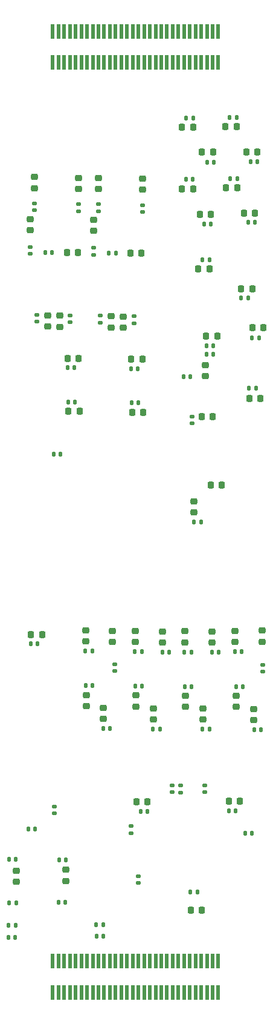
<source format=gbr>
%TF.GenerationSoftware,KiCad,Pcbnew,9.0.6-9.0.6~ubuntu22.04.1*%
%TF.CreationDate,2026-01-05T14:55:19-05:00*%
%TF.ProjectId,psc_daughter_brd,7073635f-6461-4756-9768-7465725f6272,rev?*%
%TF.SameCoordinates,Original*%
%TF.FileFunction,Paste,Bot*%
%TF.FilePolarity,Positive*%
%FSLAX46Y46*%
G04 Gerber Fmt 4.6, Leading zero omitted, Abs format (unit mm)*
G04 Created by KiCad (PCBNEW 9.0.6-9.0.6~ubuntu22.04.1) date 2026-01-05 14:55:19*
%MOMM*%
%LPD*%
G01*
G04 APERTURE LIST*
G04 Aperture macros list*
%AMRoundRect*
0 Rectangle with rounded corners*
0 $1 Rounding radius*
0 $2 $3 $4 $5 $6 $7 $8 $9 X,Y pos of 4 corners*
0 Add a 4 corners polygon primitive as box body*
4,1,4,$2,$3,$4,$5,$6,$7,$8,$9,$2,$3,0*
0 Add four circle primitives for the rounded corners*
1,1,$1+$1,$2,$3*
1,1,$1+$1,$4,$5*
1,1,$1+$1,$6,$7*
1,1,$1+$1,$8,$9*
0 Add four rect primitives between the rounded corners*
20,1,$1+$1,$2,$3,$4,$5,0*
20,1,$1+$1,$4,$5,$6,$7,0*
20,1,$1+$1,$6,$7,$8,$9,0*
20,1,$1+$1,$8,$9,$2,$3,0*%
G04 Aperture macros list end*
%ADD10RoundRect,0.140000X-0.140000X-0.170000X0.140000X-0.170000X0.140000X0.170000X-0.140000X0.170000X0*%
%ADD11RoundRect,0.140000X0.140000X0.170000X-0.140000X0.170000X-0.140000X-0.170000X0.140000X-0.170000X0*%
%ADD12RoundRect,0.225000X0.225000X0.250000X-0.225000X0.250000X-0.225000X-0.250000X0.225000X-0.250000X0*%
%ADD13RoundRect,0.225000X0.250000X-0.225000X0.250000X0.225000X-0.250000X0.225000X-0.250000X-0.225000X0*%
%ADD14RoundRect,0.140000X-0.170000X0.140000X-0.170000X-0.140000X0.170000X-0.140000X0.170000X0.140000X0*%
%ADD15RoundRect,0.225000X-0.250000X0.225000X-0.250000X-0.225000X0.250000X-0.225000X0.250000X0.225000X0*%
%ADD16RoundRect,0.140000X0.170000X-0.140000X0.170000X0.140000X-0.170000X0.140000X-0.170000X-0.140000X0*%
%ADD17RoundRect,0.225000X-0.225000X-0.250000X0.225000X-0.250000X0.225000X0.250000X-0.225000X0.250000X0*%
%ADD18R,0.500000X2.000000*%
G04 APERTURE END LIST*
D10*
%TO.C,C87*%
X163765000Y-131608150D03*
X164725000Y-131608150D03*
%TD*%
%TO.C,C58*%
X175375000Y-156900000D03*
X176335000Y-156900000D03*
%TD*%
%TO.C,C146*%
X159462500Y-96762500D03*
X160422500Y-96762500D03*
%TD*%
D11*
%TO.C,C47*%
X168061500Y-56925000D03*
X167101500Y-56925000D03*
%TD*%
D10*
%TO.C,C76*%
X174105000Y-136415000D03*
X175065000Y-136415000D03*
%TD*%
D12*
%TO.C,C40*%
X177056500Y-61725000D03*
X175506500Y-61725000D03*
%TD*%
%TO.C,C23*%
X170356500Y-78025000D03*
X168806500Y-78025000D03*
%TD*%
D11*
%TO.C,C99*%
X161680000Y-153880000D03*
X160720000Y-153880000D03*
%TD*%
%TO.C,C37*%
X174241500Y-65425000D03*
X173281500Y-65425000D03*
%TD*%
D12*
%TO.C,C32*%
X172056500Y-108225000D03*
X170506500Y-108225000D03*
%TD*%
D10*
%TO.C,C20*%
X169915000Y-88775000D03*
X170875000Y-88775000D03*
%TD*%
%TO.C,C67*%
X167690000Y-165150000D03*
X168650000Y-165150000D03*
%TD*%
D13*
%TO.C,C162*%
X152046500Y-66848300D03*
X152046500Y-65298300D03*
%TD*%
%TO.C,C7*%
X170680000Y-130300000D03*
X170680000Y-128750000D03*
%TD*%
D10*
%TO.C,C191*%
X154490000Y-169750000D03*
X155450000Y-169750000D03*
%TD*%
D14*
%TO.C,C97*%
X157125000Y-133315000D03*
X157125000Y-134275000D03*
%TD*%
%TO.C,C173*%
X146146500Y-84468300D03*
X146146500Y-85428300D03*
%TD*%
%TO.C,C163*%
X145846500Y-68888300D03*
X145846500Y-69848300D03*
%TD*%
%TO.C,C13*%
X167925000Y-98690000D03*
X167925000Y-99650000D03*
%TD*%
D15*
%TO.C,C15*%
X169775000Y-91500000D03*
X169775000Y-93050000D03*
%TD*%
D10*
%TO.C,C86*%
X159915000Y-131558150D03*
X160875000Y-131558150D03*
%TD*%
%TO.C,C179*%
X150466500Y-91848300D03*
X151426500Y-91848300D03*
%TD*%
D13*
%TO.C,C89*%
X152980000Y-130133150D03*
X152980000Y-128583150D03*
%TD*%
D16*
%TO.C,C65*%
X159340000Y-156900000D03*
X159340000Y-155940000D03*
%TD*%
D13*
%TO.C,C3*%
X169415000Y-141065000D03*
X169415000Y-139515000D03*
%TD*%
D17*
%TO.C,C17*%
X176375000Y-86275000D03*
X177925000Y-86275000D03*
%TD*%
D13*
%TO.C,C126*%
X154162500Y-72737500D03*
X154162500Y-71187500D03*
%TD*%
%TO.C,C84*%
X163745000Y-130258150D03*
X163745000Y-128708150D03*
%TD*%
D12*
%TO.C,C43*%
X168056500Y-58225000D03*
X166506500Y-58225000D03*
%TD*%
D10*
%TO.C,C49*%
X168200000Y-113450000D03*
X169160000Y-113450000D03*
%TD*%
D16*
%TO.C,C55*%
X166320000Y-151230000D03*
X166320000Y-150270000D03*
%TD*%
D14*
%TO.C,C117*%
X154762500Y-69002500D03*
X154762500Y-69962500D03*
%TD*%
D10*
%TO.C,C102*%
X144990000Y-156370000D03*
X145950000Y-156370000D03*
%TD*%
D17*
%TO.C,C22*%
X174806500Y-80825000D03*
X176356500Y-80825000D03*
%TD*%
D10*
%TO.C,C91*%
X152950000Y-131483150D03*
X153910000Y-131483150D03*
%TD*%
D15*
%TO.C,C187*%
X143250000Y-162150000D03*
X143250000Y-163700000D03*
%TD*%
D16*
%TO.C,C184*%
X148600000Y-154160000D03*
X148600000Y-153200000D03*
%TD*%
D10*
%TO.C,C71*%
X173905000Y-131515000D03*
X174865000Y-131515000D03*
%TD*%
D11*
%TO.C,C190*%
X150160000Y-166578150D03*
X149200000Y-166578150D03*
%TD*%
D17*
%TO.C,C180*%
X150596500Y-97948300D03*
X152146500Y-97948300D03*
%TD*%
D12*
%TO.C,C30*%
X170556500Y-70425000D03*
X169006500Y-70425000D03*
%TD*%
D13*
%TO.C,C2*%
X166880000Y-130250000D03*
X166880000Y-128700000D03*
%TD*%
D14*
%TO.C,C72*%
X177800000Y-133375000D03*
X177800000Y-134335000D03*
%TD*%
D13*
%TO.C,C80*%
X162480000Y-141023150D03*
X162480000Y-139473150D03*
%TD*%
D10*
%TO.C,C4*%
X166885000Y-136415000D03*
X167845000Y-136415000D03*
%TD*%
D11*
%TO.C,C34*%
X176761500Y-71525000D03*
X175801500Y-71525000D03*
%TD*%
D10*
%TO.C,C164*%
X148520000Y-103900000D03*
X149480000Y-103900000D03*
%TD*%
%TO.C,C16*%
X169925000Y-89975000D03*
X170885000Y-89975000D03*
%TD*%
D18*
%TO.C,J1*%
X148400000Y-44800000D03*
X148400000Y-49200000D03*
X149200000Y-44800000D03*
X149200000Y-49200000D03*
X150000000Y-44800000D03*
X150000000Y-49200000D03*
X150800000Y-44800000D03*
X150800000Y-49200000D03*
X151600000Y-44800000D03*
X151600000Y-49200000D03*
X152400000Y-44800000D03*
X152400000Y-49200000D03*
X153200000Y-44800000D03*
X153200000Y-49200000D03*
X154000000Y-44800000D03*
X154000000Y-49200000D03*
X154800000Y-44800000D03*
X154800000Y-49200000D03*
X155600000Y-44800000D03*
X155600000Y-49200000D03*
X156400000Y-44800000D03*
X156400000Y-49200000D03*
X157200000Y-44800000D03*
X157200000Y-49200000D03*
X158000000Y-44800000D03*
X158000000Y-49200000D03*
X158800000Y-44800000D03*
X158800000Y-49200000D03*
X159600000Y-44800000D03*
X159600000Y-49200000D03*
X160400000Y-44800000D03*
X160400000Y-49200000D03*
X161200000Y-44800000D03*
X161200000Y-49200000D03*
X162000000Y-44800000D03*
X162000000Y-49200000D03*
X162800000Y-44800000D03*
X162800000Y-49200000D03*
X163600000Y-44800000D03*
X163600000Y-49200000D03*
X164400000Y-44800000D03*
X164400000Y-49200000D03*
X165200000Y-44800000D03*
X165200000Y-49200000D03*
X166000000Y-44800000D03*
X166000000Y-49200000D03*
X166800000Y-44800000D03*
X166800000Y-49200000D03*
X167600000Y-44800000D03*
X167600000Y-49200000D03*
X168400000Y-44800000D03*
X168400000Y-49200000D03*
X169200000Y-44800000D03*
X169200000Y-49200000D03*
X170000000Y-44800000D03*
X170000000Y-49200000D03*
X170800000Y-44800000D03*
X170800000Y-49200000D03*
X171600000Y-44800000D03*
X171600000Y-49200000D03*
%TD*%
D15*
%TO.C,C6*%
X167015000Y-137715000D03*
X167015000Y-139265000D03*
%TD*%
D10*
%TO.C,C9*%
X166850000Y-131600000D03*
X167810000Y-131600000D03*
%TD*%
D17*
%TO.C,C127*%
X159287500Y-75862500D03*
X160837500Y-75862500D03*
%TD*%
D12*
%TO.C,C28*%
X176756500Y-70225000D03*
X175206500Y-70225000D03*
%TD*%
D13*
%TO.C,C121*%
X160962500Y-66962500D03*
X160962500Y-65412500D03*
%TD*%
D14*
%TO.C,C128*%
X154162500Y-75082500D03*
X154162500Y-76042500D03*
%TD*%
D10*
%TO.C,C181*%
X150546500Y-96648300D03*
X151506500Y-96648300D03*
%TD*%
D17*
%TO.C,C106*%
X145345000Y-129140000D03*
X146895000Y-129140000D03*
%TD*%
D15*
%TO.C,C194*%
X150250000Y-162050000D03*
X150250000Y-163600000D03*
%TD*%
D11*
%TO.C,C104*%
X143250000Y-166700000D03*
X142290000Y-166700000D03*
%TD*%
D10*
%TO.C,C5*%
X170700000Y-131650000D03*
X171660000Y-131650000D03*
%TD*%
D13*
%TO.C,C90*%
X155515000Y-140948150D03*
X155515000Y-139398150D03*
%TD*%
%TO.C,C94*%
X156780000Y-130183150D03*
X156780000Y-128633150D03*
%TD*%
D10*
%TO.C,C82*%
X162450000Y-142373150D03*
X163410000Y-142373150D03*
%TD*%
D17*
%TO.C,C143*%
X159387500Y-90662500D03*
X160937500Y-90662500D03*
%TD*%
D15*
%TO.C,C73*%
X174085000Y-137715000D03*
X174085000Y-139265000D03*
%TD*%
D11*
%TO.C,C39*%
X168041500Y-65525000D03*
X167081500Y-65525000D03*
%TD*%
D12*
%TO.C,C42*%
X174156500Y-58125000D03*
X172606500Y-58125000D03*
%TD*%
%TO.C,C33*%
X168056500Y-66825000D03*
X166506500Y-66825000D03*
%TD*%
D10*
%TO.C,C64*%
X173045000Y-153825000D03*
X174005000Y-153825000D03*
%TD*%
D15*
%TO.C,C172*%
X149346500Y-84573300D03*
X149346500Y-86123300D03*
%TD*%
D11*
%TO.C,C25*%
X170361500Y-76725000D03*
X169401500Y-76725000D03*
%TD*%
D14*
%TO.C,C139*%
X159762500Y-84662500D03*
X159762500Y-85622500D03*
%TD*%
D17*
%TO.C,C11*%
X169275000Y-98650000D03*
X170825000Y-98650000D03*
%TD*%
D10*
%TO.C,C92*%
X155485000Y-142298150D03*
X156445000Y-142298150D03*
%TD*%
D13*
%TO.C,C70*%
X177785000Y-130165000D03*
X177785000Y-128615000D03*
%TD*%
D17*
%TO.C,C145*%
X159512500Y-98062500D03*
X161062500Y-98062500D03*
%TD*%
D10*
%TO.C,C144*%
X159382500Y-91962500D03*
X160342500Y-91962500D03*
%TD*%
D17*
%TO.C,C57*%
X173050000Y-152425000D03*
X174600000Y-152425000D03*
%TD*%
D10*
%TO.C,C189*%
X154520000Y-171300000D03*
X155480000Y-171300000D03*
%TD*%
D15*
%TO.C,C137*%
X158262500Y-84687500D03*
X158262500Y-86237500D03*
%TD*%
%TO.C,C136*%
X156562500Y-84662500D03*
X156562500Y-86212500D03*
%TD*%
D17*
%TO.C,C18*%
X169900000Y-87425000D03*
X171450000Y-87425000D03*
%TD*%
D10*
%TO.C,C77*%
X176605000Y-142465000D03*
X177565000Y-142465000D03*
%TD*%
D16*
%TO.C,C53*%
X165100000Y-151210000D03*
X165100000Y-150250000D03*
%TD*%
D11*
%TO.C,C192*%
X150222500Y-160627750D03*
X149262500Y-160627750D03*
%TD*%
D15*
%TO.C,C93*%
X153115000Y-137598150D03*
X153115000Y-139148150D03*
%TD*%
D13*
%TO.C,C154*%
X145246500Y-72623300D03*
X145246500Y-71073300D03*
%TD*%
D11*
%TO.C,C183*%
X143180000Y-169800000D03*
X142220000Y-169800000D03*
%TD*%
D13*
%TO.C,C161*%
X145846500Y-66748300D03*
X145846500Y-65198300D03*
%TD*%
D14*
%TO.C,C158*%
X152046500Y-68988300D03*
X152046500Y-69948300D03*
%TD*%
D10*
%TO.C,C10*%
X169385000Y-142415000D03*
X170345000Y-142415000D03*
%TD*%
D11*
%TO.C,C185*%
X143186600Y-160621850D03*
X142226600Y-160621850D03*
%TD*%
D14*
%TO.C,C54*%
X160350000Y-162910000D03*
X160350000Y-163870000D03*
%TD*%
D12*
%TO.C,C31*%
X174231500Y-66725000D03*
X172681500Y-66725000D03*
%TD*%
D10*
%TO.C,C19*%
X176345000Y-87650000D03*
X177305000Y-87650000D03*
%TD*%
D11*
%TO.C,C165*%
X148306500Y-75748300D03*
X147346500Y-75748300D03*
%TD*%
D17*
%TO.C,C66*%
X167725000Y-167730000D03*
X169275000Y-167730000D03*
%TD*%
D11*
%TO.C,C46*%
X174161500Y-56825000D03*
X173201500Y-56825000D03*
%TD*%
%TO.C,C44*%
X177081500Y-63025000D03*
X176121500Y-63025000D03*
%TD*%
D15*
%TO.C,C171*%
X147646500Y-84548300D03*
X147646500Y-86098300D03*
%TD*%
D17*
%TO.C,C156*%
X150371500Y-75748300D03*
X151921500Y-75748300D03*
%TD*%
D16*
%TO.C,C56*%
X169675000Y-151210000D03*
X169675000Y-150250000D03*
%TD*%
D14*
%TO.C,C174*%
X150846500Y-84548300D03*
X150846500Y-85508300D03*
%TD*%
%TO.C,C123*%
X160962500Y-69102500D03*
X160962500Y-70062500D03*
%TD*%
D10*
%TO.C,C14*%
X175895000Y-94725000D03*
X176855000Y-94725000D03*
%TD*%
D11*
%TO.C,C182*%
X143150000Y-171534100D03*
X142190000Y-171534100D03*
%TD*%
D10*
%TO.C,C108*%
X145290000Y-130430000D03*
X146250000Y-130430000D03*
%TD*%
D12*
%TO.C,C98*%
X161650000Y-152525000D03*
X160100000Y-152525000D03*
%TD*%
D13*
%TO.C,C79*%
X159945000Y-130208150D03*
X159945000Y-128658150D03*
%TD*%
D11*
%TO.C,C130*%
X157222500Y-75862500D03*
X156262500Y-75862500D03*
%TD*%
D17*
%TO.C,C178*%
X150471500Y-90548300D03*
X152021500Y-90548300D03*
%TD*%
D15*
%TO.C,C83*%
X160080000Y-137673150D03*
X160080000Y-139223150D03*
%TD*%
D13*
%TO.C,C69*%
X173935000Y-130215000D03*
X173935000Y-128665000D03*
%TD*%
D18*
%TO.C,J2*%
X148400000Y-174800000D03*
X148400000Y-179200000D03*
X149200000Y-174800000D03*
X149200000Y-179200000D03*
X150000000Y-174800000D03*
X150000000Y-179200000D03*
X150800000Y-174800000D03*
X150800000Y-179200000D03*
X151600000Y-174800000D03*
X151600000Y-179200000D03*
X152400000Y-174800000D03*
X152400000Y-179200000D03*
X153200000Y-174800000D03*
X153200000Y-179200000D03*
X154000000Y-174800000D03*
X154000000Y-179200000D03*
X154800000Y-174800000D03*
X154800000Y-179200000D03*
X155600000Y-174800000D03*
X155600000Y-179200000D03*
X156400000Y-174800000D03*
X156400000Y-179200000D03*
X157200000Y-174800000D03*
X157200000Y-179200000D03*
X158000000Y-174800000D03*
X158000000Y-179200000D03*
X158800000Y-174800000D03*
X158800000Y-179200000D03*
X159600000Y-174800000D03*
X159600000Y-179200000D03*
X160400000Y-174800000D03*
X160400000Y-179200000D03*
X161200000Y-174800000D03*
X161200000Y-179200000D03*
X162000000Y-174800000D03*
X162000000Y-179200000D03*
X162800000Y-174800000D03*
X162800000Y-179200000D03*
X163600000Y-174800000D03*
X163600000Y-179200000D03*
X164400000Y-174800000D03*
X164400000Y-179200000D03*
X165200000Y-174800000D03*
X165200000Y-179200000D03*
X166000000Y-174800000D03*
X166000000Y-179200000D03*
X166800000Y-174800000D03*
X166800000Y-179200000D03*
X167600000Y-174800000D03*
X167600000Y-179200000D03*
X168400000Y-174800000D03*
X168400000Y-179200000D03*
X169200000Y-174800000D03*
X169200000Y-179200000D03*
X170000000Y-174800000D03*
X170000000Y-179200000D03*
X170800000Y-174800000D03*
X170800000Y-179200000D03*
X171600000Y-174800000D03*
X171600000Y-179200000D03*
%TD*%
D14*
%TO.C,C138*%
X155062500Y-84582500D03*
X155062500Y-85542500D03*
%TD*%
D17*
%TO.C,C12*%
X175925000Y-96125000D03*
X177475000Y-96125000D03*
%TD*%
D10*
%TO.C,C24*%
X174821500Y-82125000D03*
X175781500Y-82125000D03*
%TD*%
D11*
%TO.C,C45*%
X170981500Y-63125000D03*
X170021500Y-63125000D03*
%TD*%
D10*
%TO.C,C29*%
X166720000Y-93075000D03*
X167680000Y-93075000D03*
%TD*%
D12*
%TO.C,C41*%
X170856500Y-61725000D03*
X169306500Y-61725000D03*
%TD*%
D13*
%TO.C,C119*%
X154762500Y-66862500D03*
X154762500Y-65312500D03*
%TD*%
%TO.C,C74*%
X176585000Y-141115000D03*
X176585000Y-139565000D03*
%TD*%
D11*
%TO.C,C36*%
X170561500Y-71725000D03*
X169601500Y-71725000D03*
%TD*%
D10*
%TO.C,C81*%
X159950000Y-136373150D03*
X160910000Y-136373150D03*
%TD*%
%TO.C,C96*%
X152985000Y-136298150D03*
X153945000Y-136298150D03*
%TD*%
D14*
%TO.C,C152*%
X145246500Y-74968300D03*
X145246500Y-75928300D03*
%TD*%
D13*
%TO.C,C48*%
X168200000Y-112100000D03*
X168200000Y-110550000D03*
%TD*%
M02*

</source>
